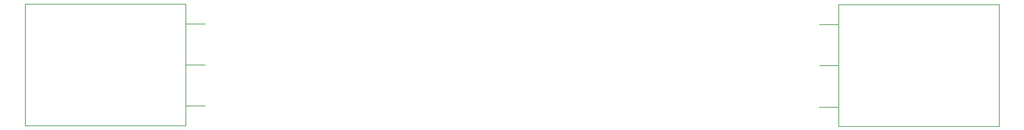
<source format=gbr>
G04 #@! TF.GenerationSoftware,KiCad,Pcbnew,(6.0.2-0)*
G04 #@! TF.CreationDate,2022-02-28T20:29:11+01:00*
G04 #@! TF.ProjectId,amp-mosfet-80w,616d702d-6d6f-4736-9665-742d3830772e,rev?*
G04 #@! TF.SameCoordinates,Original*
G04 #@! TF.FileFunction,Legend,Bot*
G04 #@! TF.FilePolarity,Positive*
%FSLAX46Y46*%
G04 Gerber Fmt 4.6, Leading zero omitted, Abs format (unit mm)*
G04 Created by KiCad (PCBNEW (6.0.2-0)) date 2022-02-28 20:29:11*
%MOMM*%
%LPD*%
G01*
G04 APERTURE LIST*
%ADD10C,0.120000*%
G04 APERTURE END LIST*
D10*
X118885000Y-56780000D02*
X116325000Y-56780000D01*
X118885000Y-62230000D02*
X116325000Y-62230000D01*
X118885000Y-51330000D02*
X116325000Y-51330000D01*
X116325000Y-64850000D02*
X116325000Y-48710000D01*
X116325000Y-64850000D02*
X95135000Y-64850000D01*
X116325000Y-48710000D02*
X95135000Y-48710000D01*
X95135000Y-64850000D02*
X95135000Y-48710000D01*
X199885000Y-62335000D02*
X202445000Y-62335000D01*
X223635000Y-48815000D02*
X223635000Y-64955000D01*
X202445000Y-48815000D02*
X223635000Y-48815000D01*
X199885000Y-51435000D02*
X202445000Y-51435000D01*
X202445000Y-48815000D02*
X202445000Y-64955000D01*
X202445000Y-64955000D02*
X223635000Y-64955000D01*
X199885000Y-56885000D02*
X202445000Y-56885000D01*
M02*

</source>
